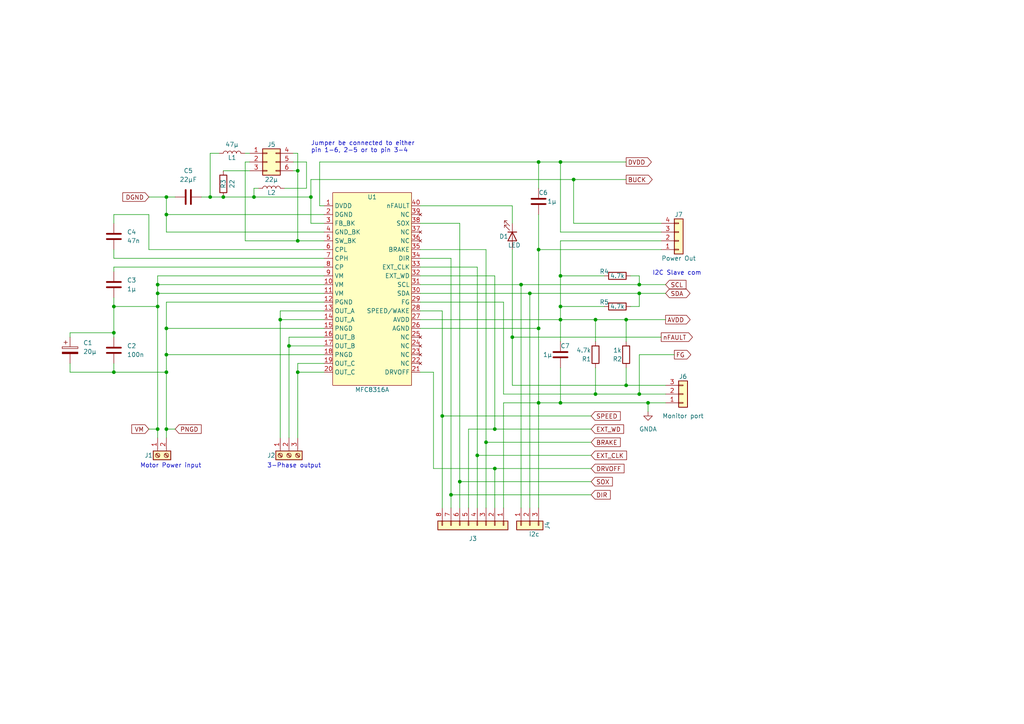
<source format=kicad_sch>
(kicad_sch (version 20211123) (generator eeschema)
  (paper "A4")
  (lib_symbols
    (symbol "Connector:Screw_Terminal_01x02" (pin_names (offset 1.016) hide)
      (property "Reference" "J1" (at 0 3.81 90))
      (symbol "Screw_Terminal_01x02_1_1"
        (rectangle (start -1.27 1.27) (end 1.27 -3.81) (stroke (width 0.254)) (fill (type background)))
        (circle (center 0 -2.54) (radius 0.635) (stroke (width 0.1524)))
        (polyline (pts (xy -0.5334 -2.2098) (xy 0.3302 -3.048)) (stroke (width 0.1524)))
        (polyline (pts (xy -0.5334 0.3302) (xy 0.3302 -0.508)) (stroke (width 0.1524)))
        (polyline (pts (xy -0.3556 -2.032) (xy 0.508 -2.8702)) (stroke (width 0.1524)))
        (polyline (pts (xy -0.3556 0.508) (xy 0.508 -0.3302)) (stroke (width 0.1524)))
        (circle (center 0 0) (radius 0.635) (stroke (width 0.1524)))
        (pin power_out line (at -5.08 0 0) (length 3.81) (name "Pin_1") (number "1"))
        (pin power_out line (at -5.08 -2.54 0) (length 3.81) (name "Pin_2") (number "2"))
      )
    )
    (symbol "Connector:Screw_Terminal_01x03" (pin_names (offset 1.016) hide)
      (property "Reference" "J" (at 0 5.08 0))
      (property "Value" "Screw_Terminal_01x03" (at 0 -5.08 0))
      (symbol "Screw_Terminal_01x03_1_1"
        (rectangle (start -1.27 3.81) (end 1.27 -3.81) (stroke (width 0.254)) (fill (type background)))
        (circle (center 0 -2.54) (radius 0.635) (stroke (width 0.1524)))
        (polyline (pts (xy -0.5334 -2.2098) (xy 0.3302 -3.048)) (stroke (width 0.1524)))
        (polyline (pts (xy -0.5334 0.3302) (xy 0.3302 -0.508)) (stroke (width 0.1524)))
        (polyline (pts (xy -0.5334 2.8702) (xy 0.3302 2.032)) (stroke (width 0.1524)))
        (polyline (pts (xy -0.3556 -2.032) (xy 0.508 -2.8702)) (stroke (width 0.1524)))
        (polyline (pts (xy -0.3556 0.508) (xy 0.508 -0.3302)) (stroke (width 0.1524)))
        (polyline (pts (xy -0.3556 3.048) (xy 0.508 2.2098)) (stroke (width 0.1524)))
        (circle (center 0 0) (radius 0.635) (stroke (width 0.1524)))
        (circle (center 0 2.54) (radius 0.635) (stroke (width 0.1524)))
        (pin passive line (at -5.08 2.54 0) (length 3.81) (name "Pin_1") (number "1"))
        (pin passive line (at -5.08 0 0) (length 3.81) (name "Pin_2") (number "2"))
        (pin passive line (at -5.08 -2.54 0) (length 3.81) (name "Pin_3") (number "3"))
      )
    )
    (symbol "Connector_Generic:Conn_01x03" (pin_names (offset 1.016) hide)
      (property "Reference" "J" (at 0 5.08 0))
      (property "Value" "Conn_01x03" (at 0 -5.08 0))
      (symbol "Conn_01x03_1_1"
        (rectangle (start -1.27 -2.413) (end 0 -2.667) (stroke (width 0.1524)))
        (rectangle (start -1.27 0.127) (end 0 -0.127) (stroke (width 0.1524)))
        (rectangle (start -1.27 2.667) (end 0 2.413) (stroke (width 0.1524)))
        (rectangle (start -1.27 3.81) (end 1.27 -3.81) (stroke (width 0.254)) (fill (type background)))
        (pin passive line (at -5.08 2.54 0) (length 3.81) (name "Pin_1") (number "1"))
        (pin passive line (at -5.08 0 0) (length 3.81) (name "Pin_2") (number "2"))
        (pin passive line (at -5.08 -2.54 0) (length 3.81) (name "Pin_3") (number "3"))
      )
    )
    (symbol "Connector_Generic:Conn_01x04" (pin_names (offset 1.016) hide)
      (property "Reference" "J" (at 0 5.08 0))
      (property "Value" "Conn_01x04" (at 0 -7.62 0))
      (symbol "Conn_01x04_1_1"
        (rectangle (start -1.27 -4.953) (end 0 -5.207) (stroke (width 0.1524)))
        (rectangle (start -1.27 -2.413) (end 0 -2.667) (stroke (width 0.1524)))
        (rectangle (start -1.27 0.127) (end 0 -0.127) (stroke (width 0.1524)))
        (rectangle (start -1.27 2.667) (end 0 2.413) (stroke (width 0.1524)))
        (rectangle (start -1.27 3.81) (end 1.27 -6.35) (stroke (width 0.254)) (fill (type background)))
        (pin passive line (at -5.08 2.54 0) (length 3.81) (name "Pin_1") (number "1"))
        (pin passive line (at -5.08 0 0) (length 3.81) (name "Pin_2") (number "2"))
        (pin passive line (at -5.08 -2.54 0) (length 3.81) (name "Pin_3") (number "3"))
        (pin passive line (at -5.08 -5.08 0) (length 3.81) (name "Pin_4") (number "4"))
      )
    )
    (symbol "Connector_Generic:Conn_01x08" (pin_names (offset 1.016) hide)
      (property "Reference" "J" (at 0 10.16 0))
      (property "Value" "Conn_01x08" (at 0 -12.7 0))
      (symbol "Conn_01x08_1_1"
        (rectangle (start -1.27 -10.033) (end 0 -10.287) (stroke (width 0.1524)))
        (rectangle (start -1.27 -7.493) (end 0 -7.747) (stroke (width 0.1524)))
        (rectangle (start -1.27 -4.953) (end 0 -5.207) (stroke (width 0.1524)))
        (rectangle (start -1.27 -2.413) (end 0 -2.667) (stroke (width 0.1524)))
        (rectangle (start -1.27 0.127) (end 0 -0.127) (stroke (width 0.1524)))
        (rectangle (start -1.27 2.667) (end 0 2.413) (stroke (width 0.1524)))
        (rectangle (start -1.27 5.207) (end 0 4.953) (stroke (width 0.1524)))
        (rectangle (start -1.27 7.747) (end 0 7.493) (stroke (width 0.1524)))
        (rectangle (start -1.27 8.89) (end 1.27 -11.43) (stroke (width 0.254)) (fill (type background)))
        (pin passive line (at -5.08 7.62 0) (length 3.81) (name "Pin_1") (number "1"))
        (pin passive line (at -5.08 5.08 0) (length 3.81) (name "Pin_2") (number "2"))
        (pin passive line (at -5.08 2.54 0) (length 3.81) (name "Pin_3") (number "3"))
        (pin passive line (at -5.08 0 0) (length 3.81) (name "Pin_4") (number "4"))
        (pin passive line (at -5.08 -2.54 0) (length 3.81) (name "Pin_5") (number "5"))
        (pin passive line (at -5.08 -5.08 0) (length 3.81) (name "Pin_6") (number "6"))
        (pin passive line (at -5.08 -7.62 0) (length 3.81) (name "Pin_7") (number "7"))
        (pin passive line (at -5.08 -10.16 0) (length 3.81) (name "Pin_8") (number "8"))
      )
    )
    (symbol "Connector_Generic:Conn_02x03_Top_Bottom" (pin_names (offset 1.016) hide)
      (property "Reference" "J" (at 1.27 5.08 0))
      (property "Value" "Conn_02x03_Top_Bottom" (at 1.27 -5.08 0))
      (symbol "Conn_02x03_Top_Bottom_1_1"
        (rectangle (start -1.27 -2.413) (end 0 -2.667) (stroke (width 0.1524)))
        (rectangle (start -1.27 0.127) (end 0 -0.127) (stroke (width 0.1524)))
        (rectangle (start -1.27 2.667) (end 0 2.413) (stroke (width 0.1524)))
        (rectangle (start -1.27 3.81) (end 3.81 -3.81) (stroke (width 0.254)) (fill (type background)))
        (rectangle (start 3.81 -2.413) (end 2.54 -2.667) (stroke (width 0.1524)))
        (rectangle (start 3.81 0.127) (end 2.54 -0.127) (stroke (width 0.1524)))
        (rectangle (start 3.81 2.667) (end 2.54 2.413) (stroke (width 0.1524)))
        (pin passive line (at -5.08 2.54 0) (length 3.81) (name "Pin_1") (number "1"))
        (pin passive line (at -5.08 0 0) (length 3.81) (name "Pin_2") (number "2"))
        (pin passive line (at -5.08 -2.54 0) (length 3.81) (name "Pin_3") (number "3"))
        (pin passive line (at 7.62 2.54 180) (length 3.81) (name "Pin_4") (number "4"))
        (pin passive line (at 7.62 0 180) (length 3.81) (name "Pin_5") (number "5"))
        (pin passive line (at 7.62 -2.54 180) (length 3.81) (name "Pin_6") (number "6"))
      )
    )
    (symbol "Device:C" (pin_numbers hide) (pin_names (offset 0.254))
      (property "Reference" "C" (at 0.635 2.54 0))
      (property "Value" "C" (at 0.635 -2.54 0))
      (symbol "C_0_1"
        (polyline (pts (xy -2.032 -0.762) (xy 2.032 -0.762)) (stroke (width 0.508)))
        (polyline (pts (xy -2.032 0.762) (xy 2.032 0.762)) (stroke (width 0.508)))
      )
      (symbol "C_1_1"
        (pin passive line (at 0 3.81 270) (length 2.794) (name "~") (number "1"))
        (pin passive line (at 0 -3.81 90) (length 2.794) (name "~") (number "2"))
      )
    )
    (symbol "Device:C_Polarized" (pin_numbers hide) (pin_names (offset 0.254))
      (property "Reference" "C" (at 0.635 2.54 0))
      (property "Value" "C_Polarized" (at 0.635 -2.54 0))
      (symbol "C_Polarized_0_1"
        (rectangle (start -2.286 0.508) (end 2.286 1.016))
        (polyline (pts (xy -1.778 2.286) (xy -0.762 2.286)))
        (polyline (pts (xy -1.27 2.794) (xy -1.27 1.778)))
        (rectangle (start 2.286 -0.508) (end -2.286 -1.016) (fill (type outline)))
      )
      (symbol "C_Polarized_1_1"
        (pin passive line (at 0 3.81 270) (length 2.794) (name "~") (number "1"))
        (pin passive line (at 0 -3.81 90) (length 2.794) (name "~") (number "2"))
      )
    )
    (symbol "Device:L" (pin_numbers hide) (pin_names (offset 1.016) hide)
      (property "Reference" "L" (at -1.27 0 90))
      (property "Value" "L" (at 1.905 0 90))
      (symbol "L_0_1"
        (arc (start 0 -2.54) (mid 0.635 -1.905) (end 0 -1.27))
        (arc (start 0 -1.27) (mid 0.635 -0.635) (end 0 0))
        (arc (start 0 0) (mid 0.635 0.635) (end 0 1.27))
        (arc (start 0 1.27) (mid 0.635 1.905) (end 0 2.54))
      )
      (symbol "L_1_1"
        (pin passive line (at 0 3.81 270) (length 1.27) (name "1") (number "1"))
        (pin passive line (at 0 -3.81 90) (length 1.27) (name "2") (number "2"))
      )
    )
    (symbol "Device:LED" (pin_numbers hide) (pin_names (offset 1.016) hide)
      (property "Reference" "D" (at 0 2.54 0))
      (property "Value" "LED" (at 0 -2.54 0))
      (symbol "LED_0_1"
        (polyline (pts (xy -1.27 -1.27) (xy -1.27 1.27)) (stroke (width 0.254)))
        (polyline (pts (xy -1.27 0) (xy 1.27 0)))
        (polyline (pts (xy 1.27 -1.27) (xy 1.27 1.27) (xy -1.27 0) (xy 1.27 -1.27)) (stroke (width 0.254)))
        (polyline (pts (xy -3.048 -0.762) (xy -4.572 -2.286) (xy -3.81 -2.286) (xy -4.572 -2.286) (xy -4.572 -1.524)))
        (polyline (pts (xy -1.778 -0.762) (xy -3.302 -2.286) (xy -2.54 -2.286) (xy -3.302 -2.286) (xy -3.302 -1.524)))
      )
      (symbol "LED_1_1"
        (pin passive line (at -3.81 0 0) (length 2.54) (name "K") (number "1"))
        (pin passive line (at 3.81 0 180) (length 2.54) (name "A") (number "2"))
      )
    )
    (symbol "Device:R" (pin_numbers hide) (pin_names (offset 0))
      (property "Reference" "R" (at 2.032 0 90))
      (property "Value" "R" (at 0 0 90))
      (symbol "R_0_1"
        (rectangle (start -1.016 -2.54) (end 1.016 2.54) (stroke (width 0.254)))
      )
      (symbol "R_1_1"
        (pin passive line (at 0 3.81 270) (length 1.27) (name "~") (number "1"))
        (pin passive line (at 0 -3.81 90) (length 1.27) (name "~") (number "2"))
      )
    )
    (symbol "dkvLib:MFC8316A"
      (property "Reference" "U1" (at 0 26.67 0))
      (property "Value" "MFC8316A" (at 0 -29.21 0))
      (symbol "MFC8316A_0_1"
        (rectangle (start -11.43 27.94) (end 11.43 -27.94) (fill (type background)))
      )
      (symbol "MFC8316A_1_1"
        (pin power_out line (at -13.97 24.13 0) (length 2.54) (name "DVDD") (number "1"))
        (pin power_in line (at -13.97 1.27 0) (length 2.54) (name "VM") (number "10"))
        (pin power_in line (at -13.97 -1.27 0) (length 2.54) (name "VM") (number "11"))
        (pin power_in line (at -13.97 -3.81 0) (length 2.54) (name "PGND") (number "12"))
        (pin free line (at -13.97 -6.35 0) (length 2.54) (name "OUT_A") (number "13"))
        (pin free line (at -13.97 -8.89 0) (length 2.54) (name "OUT_A") (number "14"))
        (pin power_in line (at -13.97 -11.43 0) (length 2.54) (name "PNGD") (number "15"))
        (pin free line (at -13.97 -13.97 0) (length 2.54) (name "OUT_B") (number "16"))
        (pin free line (at -13.97 -16.51 0) (length 2.54) (name "OUT_B") (number "17"))
        (pin power_in line (at -13.97 -19.05 0) (length 2.54) (name "PNGD") (number "18"))
        (pin free line (at -13.97 -21.59 0) (length 2.54) (name "OUT_C") (number "19"))
        (pin power_out line (at -13.97 21.59 0) (length 2.54) (name "DGND") (number "2"))
        (pin free line (at -13.97 -24.13 0) (length 2.54) (name "OUT_C") (number "20"))
        (pin input line (at 13.97 -24.13 180) (length 2.54) (name "DRVOFF") (number "21"))
        (pin no_connect line (at 13.97 -21.59 180) (length 2.54) (name "NC") (number "22"))
        (pin no_connect line (at 13.97 -19.05 180) (length 2.54) (name "NC") (number "23"))
        (pin no_connect line (at 13.97 -16.51 180) (length 2.54) (name "NC") (number "24"))
        (pin no_connect line (at 13.97 -13.97 180) (length 2.54) (name "NC") (number "25"))
        (pin power_out line (at 13.97 -11.43 180) (length 2.54) (name "AGND") (number "26"))
        (pin power_out line (at 13.97 -8.89 180) (length 2.54) (name "AVDD") (number "27"))
        (pin power_out line (at 13.97 -6.35 180) (length 2.54) (name "SPEED/WAKE") (number "28"))
        (pin output line (at 13.97 -3.81 180) (length 2.54) (name "FG") (number "29"))
        (pin power_out line (at -13.97 19.05 0) (length 2.54) (name "FB_BK") (number "3"))
        (pin bidirectional line (at 13.97 -1.27 180) (length 2.54) (name "SDA") (number "30"))
        (pin input line (at 13.97 1.27 180) (length 2.54) (name "SCL") (number "31"))
        (pin input line (at 13.97 3.81 180) (length 2.54) (name "EXT_WD") (number "32"))
        (pin input line (at 13.97 6.35 180) (length 2.54) (name "EXT_CLK") (number "33"))
        (pin input line (at 13.97 8.89 180) (length 2.54) (name "DIR") (number "34"))
        (pin input line (at 13.97 11.43 180) (length 2.54) (name "BRAKE") (number "35"))
        (pin no_connect line (at 13.97 13.97 180) (length 2.54) (name "NC") (number "36"))
        (pin no_connect line (at 13.97 16.51 180) (length 2.54) (name "NC") (number "37"))
        (pin output line (at 13.97 19.05 180) (length 2.54) (name "SOX") (number "38"))
        (pin no_connect line (at 13.97 21.59 180) (length 2.54) (name "NC") (number "39"))
        (pin power_in line (at -13.97 16.51 0) (length 2.54) (name "GND_BK") (number "4"))
        (pin output line (at 13.97 24.13 180) (length 2.54) (name "nFAULT") (number "40"))
        (pin passive line (at -13.97 13.97 0) (length 2.54) (name "SW_BK") (number "5"))
        (pin passive line (at -13.97 11.43 0) (length 2.54) (name "CPL") (number "6"))
        (pin passive line (at -13.97 8.89 0) (length 2.54) (name "CPH") (number "7"))
        (pin passive line (at -13.97 6.35 0) (length 2.54) (name "CP") (number "8"))
        (pin power_in line (at -13.97 3.81 0) (length 2.54) (name "VM") (number "9"))
      )
    )
    (symbol "power:GNDA" (power) (pin_names (offset 0))
      (property "Value" "GNDA" (at 0 -3.81 0))
      (symbol "GNDA_0_1"
        (polyline (pts (xy 0 0) (xy 0 -1.27) (xy 1.27 -1.27) (xy 0 -2.54) (xy -1.27 -1.27) (xy 0 -1.27)))
      )
      (symbol "GNDA_1_1"
        (pin power_in line (at 0 0 270) (length 0) hide (name "GNDA") (number "1"))
      )
    )
  )
  (junction (at 143.51 135.89))
  (junction (at 156.21 116.84))
  (junction (at 48.26 57.15))
  (junction (at 64.77 57.15))
  (junction (at 83.82 100.33))
  (junction (at 48.26 102.87))
  (junction (at 45.72 88.9))
  (junction (at 151.13 82.55))
  (junction (at 86.36 69.85))
  (junction (at 185.42 114.3))
  (junction (at 140.97 128.27))
  (junction (at 81.28 92.71))
  (junction (at 33.02 107.95))
  (junction (at 143.51 124.46))
  (junction (at 153.67 85.09))
  (junction (at 33.02 96.52))
  (junction (at 90.17 57.15))
  (junction (at 162.56 46.99))
  (junction (at 156.21 95.25))
  (junction (at 86.36 49.53))
  (junction (at 48.26 107.95))
  (junction (at 45.72 124.46))
  (junction (at 48.26 124.46))
  (junction (at 162.56 80.01))
  (junction (at 187.96 116.84))
  (junction (at 162.56 92.71))
  (junction (at 133.35 139.7))
  (junction (at 162.56 88.9))
  (junction (at 162.56 116.84))
  (junction (at 181.61 111.76))
  (junction (at 86.36 107.95))
  (junction (at 148.59 97.79))
  (junction (at 45.72 85.09))
  (junction (at 185.42 85.09))
  (junction (at 181.61 92.71))
  (junction (at 172.72 114.3))
  (junction (at 172.72 92.71))
  (junction (at 73.66 57.15))
  (junction (at 166.37 52.07))
  (junction (at 33.02 88.9))
  (junction (at 48.26 95.25))
  (junction (at 48.26 62.23))
  (junction (at 156.21 46.99))
  (junction (at 60.96 57.15))
  (junction (at 130.81 143.51))
  (junction (at 185.42 82.55))
  (junction (at 45.72 82.55))
  (junction (at 156.21 72.39))
  (junction (at 138.43 132.08))
  (junction (at 128.27 120.65))
  (wire (pts (xy 191.77 64.77) (xy 166.37 64.77)))
  (wire (pts (xy 156.21 72.39) (xy 191.77 72.39)))
  (wire (pts (xy 128.27 120.65) (xy 171.45 120.65)))
  (wire (pts (xy 143.51 135.89) (xy 143.51 147.32)))
  (wire (pts (xy 125.73 135.89) (xy 143.51 135.89)))
  (wire (pts (xy 191.77 67.31) (xy 162.56 67.31)))
  (wire (pts (xy 86.36 107.95) (xy 86.36 127)))
  (wire (pts (xy 33.02 86.36) (xy 33.02 88.9)))
  (wire (pts (xy 185.42 80.01) (xy 185.42 82.55)))
  (wire (pts (xy 135.89 147.32) (xy 135.89 124.46)))
  (wire (pts (xy 81.28 92.71) (xy 93.98 92.71)))
  (wire (pts (xy 133.35 139.7) (xy 171.45 139.7)))
  (wire (pts (xy 162.56 80.01) (xy 162.56 88.9)))
  (wire (pts (xy 48.26 102.87) (xy 48.26 107.95)))
  (wire (pts (xy 71.12 69.85) (xy 86.36 69.85)))
  (wire (pts (xy 185.42 82.55) (xy 193.04 82.55)))
  (wire (pts (xy 48.26 87.63) (xy 93.98 87.63)))
  (wire (pts (xy 71.12 44.45) (xy 72.39 44.45)))
  (wire (pts (xy 162.56 69.85) (xy 162.56 80.01)))
  (wire (pts (xy 146.05 114.3) (xy 146.05 87.63)))
  (wire (pts (xy 50.8 57.15) (xy 48.26 57.15)))
  (wire (pts (xy 162.56 92.71) (xy 162.56 99.06)))
  (wire (pts (xy 172.72 114.3) (xy 185.42 114.3)))
  (wire (pts (xy 138.43 77.47) (xy 138.43 132.08)))
  (wire (pts (xy 140.97 72.39) (xy 140.97 128.27)))
  (wire (pts (xy 45.72 85.09) (xy 45.72 82.55)))
  (wire (pts (xy 73.66 57.15) (xy 90.17 57.15)))
  (wire (pts (xy 93.98 105.41) (xy 86.36 105.41)))
  (wire (pts (xy 33.02 64.77) (xy 33.02 62.23)))
  (wire (pts (xy 125.73 107.95) (xy 121.92 107.95)))
  (wire (pts (xy 45.72 82.55) (xy 93.98 82.55)))
  (wire (pts (xy 130.81 74.93) (xy 130.81 143.51)))
  (wire (pts (xy 20.32 107.95) (xy 33.02 107.95)))
  (wire (pts (xy 93.98 62.23) (xy 48.26 62.23)))
  (wire (pts (xy 151.13 82.55) (xy 185.42 82.55)))
  (wire (pts (xy 162.56 46.99) (xy 181.61 46.99)))
  (wire (pts (xy 64.77 57.15) (xy 73.66 57.15)))
  (wire (pts (xy 187.96 116.84) (xy 193.04 116.84)))
  (wire (pts (xy 121.92 72.39) (xy 140.97 72.39)))
  (wire (pts (xy 146.05 116.84) (xy 156.21 116.84)))
  (wire (pts (xy 156.21 62.23) (xy 156.21 72.39)))
  (wire (pts (xy 130.81 143.51) (xy 130.81 147.32)))
  (wire (pts (xy 181.61 92.71) (xy 181.61 99.06)))
  (wire (pts (xy 48.26 124.46) (xy 48.26 127)))
  (wire (pts (xy 93.98 107.95) (xy 86.36 107.95)))
  (wire (pts (xy 121.92 92.71) (xy 162.56 92.71)))
  (wire (pts (xy 162.56 116.84) (xy 187.96 116.84)))
  (wire (pts (xy 172.72 92.71) (xy 172.72 99.06)))
  (wire (pts (xy 33.02 88.9) (xy 45.72 88.9)))
  (wire (pts (xy 162.56 88.9) (xy 175.26 88.9)))
  (wire (pts (xy 48.26 95.25) (xy 48.26 102.87)))
  (wire (pts (xy 128.27 147.32) (xy 128.27 120.65)))
  (wire (pts (xy 90.17 52.07) (xy 166.37 52.07)))
  (wire (pts (xy 43.18 72.39) (xy 93.98 72.39)))
  (wire (pts (xy 93.98 100.33) (xy 83.82 100.33)))
  (wire (pts (xy 45.72 80.01) (xy 93.98 80.01)))
  (wire (pts (xy 93.98 77.47) (xy 33.02 77.47)))
  (wire (pts (xy 33.02 107.95) (xy 48.26 107.95)))
  (wire (pts (xy 48.26 62.23) (xy 48.26 67.31)))
  (wire (pts (xy 156.21 72.39) (xy 156.21 95.25)))
  (wire (pts (xy 33.02 74.93) (xy 33.02 72.39)))
  (wire (pts (xy 162.56 67.31) (xy 162.56 46.99)))
  (wire (pts (xy 60.96 44.45) (xy 63.5 44.45)))
  (wire (pts (xy 33.02 97.79) (xy 33.02 96.52)))
  (wire (pts (xy 33.02 62.23) (xy 43.18 62.23)))
  (wire (pts (xy 121.92 87.63) (xy 146.05 87.63)))
  (wire (pts (xy 43.18 57.15) (xy 48.26 57.15)))
  (wire (pts (xy 148.59 59.69) (xy 148.59 64.77)))
  (wire (pts (xy 153.67 85.09) (xy 153.67 147.32)))
  (wire (pts (xy 156.21 116.84) (xy 162.56 116.84)))
  (wire (pts (xy 143.51 135.89) (xy 171.45 135.89)))
  (wire (pts (xy 90.17 57.15) (xy 90.17 64.77)))
  (wire (pts (xy 45.72 124.46) (xy 45.72 127)))
  (wire (pts (xy 81.28 90.17) (xy 81.28 92.71)))
  (wire (pts (xy 148.59 111.76) (xy 181.61 111.76)))
  (wire (pts (xy 185.42 102.87) (xy 185.42 114.3)))
  (wire (pts (xy 86.36 105.41) (xy 86.36 107.95)))
  (wire (pts (xy 48.26 67.31) (xy 93.98 67.31)))
  (wire (pts (xy 185.42 85.09) (xy 193.04 85.09)))
  (wire (pts (xy 48.26 87.63) (xy 48.26 95.25)))
  (wire (pts (xy 185.42 114.3) (xy 193.04 114.3)))
  (wire (pts (xy 166.37 52.07) (xy 181.61 52.07)))
  (wire (pts (xy 146.05 114.3) (xy 172.72 114.3)))
  (wire (pts (xy 60.96 44.45) (xy 60.96 57.15)))
  (wire (pts (xy 130.81 143.51) (xy 171.45 143.51)))
  (wire (pts (xy 45.72 88.9) (xy 45.72 124.46)))
  (wire (pts (xy 135.89 124.46) (xy 143.51 124.46)))
  (wire (pts (xy 33.02 105.41) (xy 33.02 107.95)))
  (wire (pts (xy 92.71 46.99) (xy 156.21 46.99)))
  (wire (pts (xy 64.77 49.53) (xy 72.39 49.53)))
  (wire (pts (xy 86.36 44.45) (xy 86.36 49.53)))
  (wire (pts (xy 60.96 57.15) (xy 64.77 57.15)))
  (wire (pts (xy 151.13 82.55) (xy 151.13 147.32)))
  (wire (pts (xy 187.96 119.38) (xy 187.96 116.84)))
  (wire (pts (xy 88.9 54.61) (xy 82.55 54.61)))
  (wire (pts (xy 33.02 88.9) (xy 33.02 96.52)))
  (wire (pts (xy 92.71 46.99) (xy 92.71 59.69)))
  (wire (pts (xy 181.61 111.76) (xy 193.04 111.76)))
  (wire (pts (xy 45.72 88.9) (xy 45.72 85.09)))
  (wire (pts (xy 90.17 52.07) (xy 90.17 57.15)))
  (wire (pts (xy 138.43 132.08) (xy 171.45 132.08)))
  (wire (pts (xy 121.92 85.09) (xy 153.67 85.09)))
  (wire (pts (xy 121.92 82.55) (xy 151.13 82.55)))
  (wire (pts (xy 20.32 97.79) (xy 20.32 96.52)))
  (wire (pts (xy 140.97 128.27) (xy 171.45 128.27)))
  (wire (pts (xy 156.21 95.25) (xy 156.21 116.84)))
  (wire (pts (xy 83.82 100.33) (xy 83.82 127)))
  (wire (pts (xy 71.12 46.99) (xy 71.12 69.85)))
  (wire (pts (xy 156.21 46.99) (xy 162.56 46.99)))
  (wire (pts (xy 45.72 82.55) (xy 45.72 80.01)))
  (wire (pts (xy 86.36 49.53) (xy 85.09 49.53)))
  (wire (pts (xy 86.36 44.45) (xy 85.09 44.45)))
  (wire (pts (xy 121.92 77.47) (xy 138.43 77.47)))
  (wire (pts (xy 156.21 46.99) (xy 156.21 54.61)))
  (wire (pts (xy 71.12 46.99) (xy 72.39 46.99)))
  (wire (pts (xy 93.98 97.79) (xy 83.82 97.79)))
  (wire (pts (xy 33.02 74.93) (xy 93.98 74.93)))
  (wire (pts (xy 121.92 74.93) (xy 130.81 74.93)))
  (wire (pts (xy 153.67 85.09) (xy 185.42 85.09)))
  (wire (pts (xy 185.42 88.9) (xy 185.42 85.09)))
  (wire (pts (xy 86.36 49.53) (xy 86.36 69.85)))
  (wire (pts (xy 172.72 92.71) (xy 181.61 92.71)))
  (wire (pts (xy 88.9 46.99) (xy 88.9 54.61)))
  (wire (pts (xy 121.92 95.25) (xy 156.21 95.25)))
  (wire (pts (xy 182.88 80.01) (xy 185.42 80.01)))
  (wire (pts (xy 92.71 59.69) (xy 93.98 59.69)))
  (wire (pts (xy 48.26 107.95) (xy 48.26 124.46)))
  (wire (pts (xy 181.61 106.68) (xy 181.61 111.76)))
  (wire (pts (xy 20.32 96.52) (xy 33.02 96.52)))
  (wire (pts (xy 86.36 69.85) (xy 93.98 69.85)))
  (wire (pts (xy 121.92 80.01) (xy 143.51 80.01)))
  (wire (pts (xy 166.37 52.07) (xy 166.37 64.77)))
  (wire (pts (xy 143.51 124.46) (xy 171.45 124.46)))
  (wire (pts (xy 83.82 97.79) (xy 83.82 100.33)))
  (wire (pts (xy 146.05 116.84) (xy 146.05 147.32)))
  (wire (pts (xy 58.42 57.15) (xy 60.96 57.15)))
  (wire (pts (xy 195.58 102.87) (xy 185.42 102.87)))
  (wire (pts (xy 121.92 64.77) (xy 133.35 64.77)))
  (wire (pts (xy 148.59 97.79) (xy 148.59 111.76)))
  (wire (pts (xy 125.73 135.89) (xy 125.73 107.95)))
  (wire (pts (xy 162.56 106.68) (xy 162.56 116.84)))
  (wire (pts (xy 93.98 90.17) (xy 81.28 90.17)))
  (wire (pts (xy 43.18 124.46) (xy 45.72 124.46)))
  (wire (pts (xy 73.66 54.61) (xy 73.66 57.15)))
  (wire (pts (xy 48.26 124.46) (xy 50.8 124.46)))
  (wire (pts (xy 128.27 90.17) (xy 128.27 120.65)))
  (wire (pts (xy 74.93 54.61) (xy 73.66 54.61)))
  (wire (pts (xy 143.51 80.01) (xy 143.51 124.46)))
  (wire (pts (xy 191.77 69.85) (xy 162.56 69.85)))
  (wire (pts (xy 133.35 64.77) (xy 133.35 139.7)))
  (wire (pts (xy 133.35 139.7) (xy 133.35 147.32)))
  (wire (pts (xy 48.26 57.15) (xy 48.26 62.23)))
  (wire (pts (xy 45.72 85.09) (xy 93.98 85.09)))
  (wire (pts (xy 148.59 72.39) (xy 148.59 97.79)))
  (wire (pts (xy 148.59 97.79) (xy 191.77 97.79)))
  (wire (pts (xy 162.56 92.71) (xy 172.72 92.71)))
  (wire (pts (xy 90.17 64.77) (xy 93.98 64.77)))
  (wire (pts (xy 33.02 77.47) (xy 33.02 78.74)))
  (wire (pts (xy 172.72 106.68) (xy 172.72 114.3)))
  (wire (pts (xy 48.26 95.25) (xy 93.98 95.25)))
  (wire (pts (xy 128.27 90.17) (xy 121.92 90.17)))
  (wire (pts (xy 43.18 62.23) (xy 43.18 72.39)))
  (wire (pts (xy 140.97 128.27) (xy 140.97 147.32)))
  (wire (pts (xy 162.56 88.9) (xy 162.56 92.71)))
  (wire (pts (xy 81.28 92.71) (xy 81.28 127)))
  (wire (pts (xy 121.92 59.69) (xy 148.59 59.69)))
  (wire (pts (xy 85.09 46.99) (xy 88.9 46.99)))
  (wire (pts (xy 156.21 147.32) (xy 156.21 116.84)))
  (wire (pts (xy 48.26 102.87) (xy 93.98 102.87)))
  (wire (pts (xy 181.61 92.71) (xy 193.04 92.71)))
  (wire (pts (xy 162.56 80.01) (xy 175.26 80.01)))
  (wire (pts (xy 182.88 88.9) (xy 185.42 88.9)))
  (wire (pts (xy 138.43 147.32) (xy 138.43 132.08)))
  (wire (pts (xy 20.32 105.41) (xy 20.32 107.95)))
  (text "3-Phase output" (at 77.47 135.89 0) (effects (font (size 1.27 1.27)) (justify left bottom)))
  (text "Jumper be connected to either\npin 1-6, 2-5 or to pin 3-4" (at 90.17 44.45 0) (effects (font (size 1.27 1.27)) (justify left bottom)))
  (text "Motor Power input" (at 40.64 135.89 0) (effects (font (size 1.27 1.27)) (justify left bottom)))
  (text "I2C Slave com" (at 189.23 80.01 0) (effects (font (size 1.27 1.27)) (justify left bottom)))
  (global_label "SCL" (shape input) (at 193.04 82.55 0) (property "Intersheet References" "${INTERSHEET_REFS}" (effects hide)))
  (global_label "EXT_WD" (shape input) (at 171.45 124.46 0) (property "Intersheet References" "${INTERSHEET_REFS}" (effects hide)))
  (global_label "EXT_CLK" (shape input) (at 171.45 132.08 0) (property "Intersheet References" "${INTERSHEET_REFS}" (effects hide)))
  (global_label "VM" (shape input) (at 43.18 124.46 180) (property "Intersheet References" "${INTERSHEET_REFS}" (effects hide)))
  (global_label "PNGD" (shape input) (at 50.8 124.46 0) (property "Intersheet References" "${INTERSHEET_REFS}" (effects hide)))
  (global_label "FG" (shape output) (at 195.58 102.87 0) (property "Intersheet References" "${INTERSHEET_REFS}" (effects hide)))
  (global_label "DIR" (shape input) (at 171.45 143.51 0) (property "Intersheet References" "${INTERSHEET_REFS}" (effects hide)))
  (global_label "SDA" (shape bidirectional) (at 193.04 85.09 0) (property "Intersheet References" "${INTERSHEET_REFS}" (effects hide)))
  (global_label "SOX" (shape input) (at 171.45 139.7 0) (property "Intersheet References" "${INTERSHEET_REFS}" (effects hide)))
  (global_label "DGND" (shape input) (at 43.18 57.15 180) (property "Intersheet References" "${INTERSHEET_REFS}" (effects hide)))
  (global_label "DRVOFF" (shape input) (at 171.45 135.89 0) (property "Intersheet References" "${INTERSHEET_REFS}" (effects hide)))
  (global_label "DVDD" (shape output) (at 181.61 46.99 0) (property "Intersheet References" "${INTERSHEET_REFS}" (effects hide)))
  (global_label "AVDD" (shape output) (at 193.04 92.71 0) (property "Intersheet References" "${INTERSHEET_REFS}" (effects hide)))
  (global_label "BUCK" (shape output) (at 181.61 52.07 0) (property "Intersheet References" "${INTERSHEET_REFS}" (effects hide)))
  (global_label "nFAULT" (shape output) (at 191.77 97.79 0) (property "Intersheet References" "${INTERSHEET_REFS}" (effects hide)))
  (global_label "SPEED" (shape input) (at 171.45 120.65 0) (property "Intersheet References" "${INTERSHEET_REFS}" (effects hide)))
  (global_label "BRAKE" (shape input) (at 171.45 128.27 0) (property "Intersheet References" "${INTERSHEET_REFS}" (effects hide)))
  (symbol (lib_id "Device:C") (at 54.61 57.15 90) (unit 1)
    (property "Reference" "C5" (at 54.61 49.53 90))
    (property "Value" "22µF" (at 54.61 52.07 90))
    (property "Footprint" "Capacitor_SMD:C_1206_3216Metric_Pad1.33x1.80mm_HandSolder" (effects hide))
  )
  (symbol (lib_id "Connector_Generic:Conn_01x04") (at 196.85 69.85 0) (mirror x) (unit 1)
    (property "Reference" "J7" (at 196.85 62.23 0))
    (property "Value" "Power Out" (at 196.85 74.93 0))
    (property "Footprint" "Connector_PinHeader_2.54mm:PinHeader_1x04_P2.54mm_Vertical" (effects hide))
  )
  (symbol (lib_id "Device:L") (at 67.31 44.45 90) (unit 1)
    (property "Reference" "L1" (at 67.31 45.72 90))
    (property "Value" "47µ" (at 67.31 41.91 90))
    (property "Footprint" "Inductor_SMD:L_1206_3216Metric" (effects hide))
  )
  (symbol (lib_id "power:GNDA") (at 187.96 119.38 0) (unit 1)
    (property "Reference" "#PWR0101" (effects hide))
    (property "Value" "GNDA" (at 187.96 124.46 0))
  )
  (symbol (lib_id "Device:C") (at 156.21 58.42 0) (unit 1)
    (property "Reference" "C6" (at 156.21 55.88 0) (effects (justify left)))
    (property "Value" "1µ" (at 158.75 58.42 0) (effects (justify left)))
    (property "Footprint" "Capacitor_SMD:C_0805_2012Metric_Pad1.18x1.45mm_HandSolder" (effects hide))
  )
  (symbol (lib_id "Device:C_Polarized") (at 20.32 101.6 0) (unit 1)
    (property "Reference" "C1" (at 24.13 99.4409 0) (effects (justify left)))
    (property "Value" "20µ" (at 24.13 101.9809 0) (effects (justify left)))
    (property "Footprint" "Capacitor_SMD:CP_Elec_4x3" (effects hide))
  )
  (symbol (lib_id "Connector_Generic:Conn_01x03") (at 198.12 114.3 0) (mirror x) (unit 1)
    (property "Reference" "J6" (at 198.12 109.22 0))
    (property "Value" "Monitor port" (at 198.12 120.65 0))
    (property "Footprint" "Connector_PinHeader_2.54mm:PinHeader_1x03_P2.54mm_Vertical" (effects hide))
  )
  (symbol (lib_id "Connector_Generic:Conn_02x03_Top_Bottom") (at 77.47 46.99 0) (unit 1)
    (property "Reference" "J5" (at 78.74 41.91 0))
    (property "Value" "Conn_02x03_Top_Bottom" (effects hide))
    (property "Footprint" "Connector_PinHeader_2.54mm:PinHeader_2x03_P2.54mm_Vertical" (effects hide))
  )
  (symbol (lib_id "Device:R") (at 64.77 53.34 180) (unit 1)
    (property "Reference" "R3" (at 64.77 53.34 90))
    (property "Value" "22" (at 67.31 53.34 90))
    (property "Footprint" "Resistor_SMD:R_1206_3216Metric_Pad1.30x1.75mm_HandSolder" (effects hide))
  )
  (symbol (lib_id "dkvLib:MFC8316A") (at 107.95 83.82 0) (unit 1)
    (property "Reference" "U1" (at 107.95 57.15 0))
    (property "Value" "MFC8316A" (at 107.95 113.03 0))
    (property "Footprint" "dkvLib:Texas_VQFN-N40_EP7.00x5.00mm_ThermalVias" (effects hide))
  )
  (symbol (lib_id "Connector_Generic:Conn_01x08") (at 138.43 152.4 270) (unit 1)
    (property "Reference" "J3" (at 137.16 156.21 90))
    (property "Value" "Conn_01x08" (effects hide))
    (property "Footprint" "Connector_PinHeader_2.54mm:PinHeader_1x08_P2.54mm_Vertical" (effects hide))
  )
  (symbol (lib_id "Device:LED") (at 148.59 68.58 270) (unit 1)
    (property "Reference" "D1" (at 144.78 68.58 90) (effects (justify left)))
    (property "Value" "LED" (at 147.32 71.12 90) (effects (justify left)))
    (property "Footprint" "LED_SMD:LED_1206_3216Metric_Pad1.42x1.75mm_HandSolder" (effects hide))
  )
  (symbol (lib_id "Device:C") (at 33.02 68.58 180) (unit 1)
    (property "Reference" "C4" (at 36.83 67.3099 0) (effects (justify right)))
    (property "Value" "47n" (at 36.83 69.8499 0) (effects (justify right)))
    (property "Footprint" "Capacitor_SMD:C_0805_2012Metric_Pad1.18x1.45mm_HandSolder" (effects hide))
  )
  (symbol (lib_id "Device:C") (at 33.02 101.6 0) (unit 1)
    (property "Reference" "C2" (at 36.83 100.3299 0) (effects (justify left)))
    (property "Value" "100n" (at 36.83 102.8699 0) (effects (justify left)))
    (property "Footprint" "Capacitor_SMD:C_0805_2012Metric_Pad1.18x1.45mm_HandSolder" (effects hide))
  )
  (symbol (lib_id "Connector:Screw_Terminal_01x03") (at 83.82 132.08 90) (mirror x) (unit 1)
    (property "Reference" "J2" (at 77.47 132.08 90) (effects (justify right)))
    (property "Value" "Screw_Terminal_01x03" (effects hide))
    (property "Footprint" "TerminalBlock:TerminalBlock_bornier-3_P5.08mm" (effects hide))
  )
  (symbol (lib_id "Device:R") (at 181.61 102.87 180) (unit 1)
    (property "Reference" "R2" (at 179.07 104.14 0))
    (property "Value" "1k" (at 179.07 101.6 0))
    (property "Footprint" "Resistor_SMD:R_0805_2012Metric_Pad1.20x1.40mm_HandSolder" (effects hide))
  )
  (symbol (lib_id "Device:R") (at 179.07 88.9 90) (unit 1)
    (property "Reference" "R5" (at 175.26 87.63 90))
    (property "Value" "4.7k" (at 179.07 88.9 90))
    (property "Footprint" "Resistor_SMD:R_0805_2012Metric_Pad1.20x1.40mm_HandSolder" (effects hide))
  )
  (symbol (lib_id "Device:R") (at 179.07 80.01 90) (unit 1)
    (property "Reference" "R4" (at 175.26 78.74 90))
    (property "Value" "4.7k" (at 179.07 80.01 90))
    (property "Footprint" "Resistor_SMD:R_0805_2012Metric_Pad1.20x1.40mm_HandSolder" (effects hide))
  )
  (symbol (lib_id "Device:C") (at 33.02 82.55 0) (unit 1)
    (property "Reference" "C3" (at 36.83 81.2799 0) (effects (justify left)))
    (property "Value" "1µ" (at 36.83 83.8199 0) (effects (justify left)))
    (property "Footprint" "Capacitor_SMD:C_0805_2012Metric_Pad1.18x1.45mm_HandSolder" (effects hide))
  )
  (symbol (lib_id "Connector_Generic:Conn_01x03") (at 153.67 152.4 90) (mirror x) (unit 1)
    (property "Reference" "J4" (at 158.75 152.4 0))
    (property "Value" "i2c" (at 154.94 154.94 90))
    (property "Footprint" "Connector_PinHeader_2.54mm:PinHeader_1x03_P2.54mm_Vertical" (effects hide))
  )
  (symbol (lib_id "Device:L") (at 78.74 54.61 90) (unit 1)
    (property "Reference" "L2" (at 78.74 55.88 90))
    (property "Value" "22µ" (at 78.74 52.07 90))
    (property "Footprint" "Inductor_SMD:L_1206_3216Metric" (effects hide))
  )
  (symbol (lib_id "Device:R") (at 172.72 102.87 180) (unit 1)
    (property "Reference" "R1" (at 171.45 104.14 0) (effects (justify left)))
    (property "Value" "4.7k" (at 171.45 101.6 0) (effects (justify left)))
    (property "Footprint" "Resistor_SMD:R_0805_2012Metric_Pad1.20x1.40mm_HandSolder" (effects hide))
  )
  (symbol (lib_id "Device:C") (at 162.56 102.87 0) (unit 1)
    (property "Reference" "C7" (at 162.56 100.33 0) (effects (justify left)))
    (property "Value" "1µ" (at 157.48 102.87 0) (effects (justify left)))
    (property "Footprint" "Capacitor_SMD:C_0805_2012Metric_Pad1.18x1.45mm_HandSolder" (effects hide))
  )
  (symbol (lib_id "Connector:Screw_Terminal_01x02") (at 45.72 132.08 90) (mirror x) (unit 1)
    (property "Reference" "J1" (at 41.91 132.08 90) (effects (justify right)))
    (property "Value" "Screw_Terminal_01x02" (effects hide))
    (property "Footprint" "TerminalBlock:TerminalBlock_bornier-2_P5.08mm" (effects hide))
  )
)
</source>
